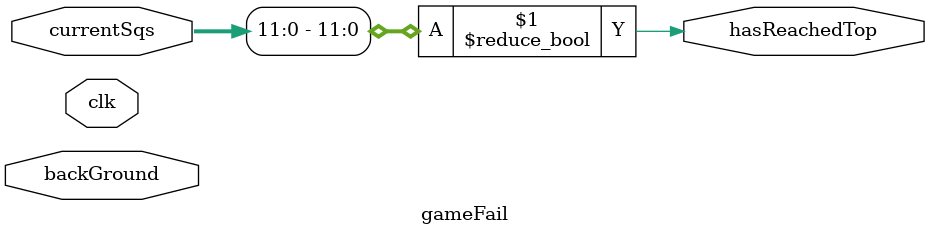
<source format=v>
module gameFail(
	input clk,
	input [143:0] backGround,
	input [143:0] currentSqs,
	output hasReachedTop
);

	assign hasReachedTop = currentSqs[11:0] != 0;

endmodule

</source>
